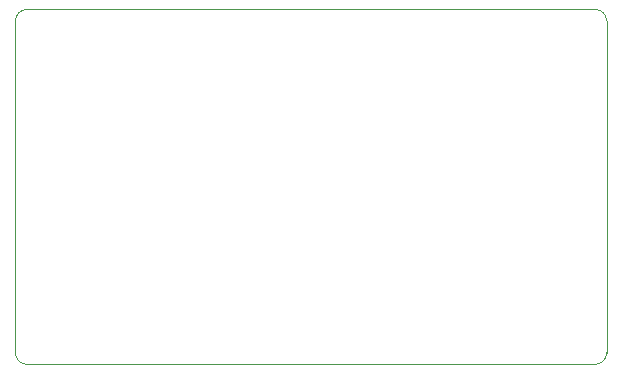
<source format=gbr>
%TF.GenerationSoftware,KiCad,Pcbnew,7.0.6-0*%
%TF.CreationDate,2023-11-06T09:59:01-05:00*%
%TF.ProjectId,AntSniffer,416e7453-6e69-4666-9665-722e6b696361,rev?*%
%TF.SameCoordinates,Original*%
%TF.FileFunction,Profile,NP*%
%FSLAX46Y46*%
G04 Gerber Fmt 4.6, Leading zero omitted, Abs format (unit mm)*
G04 Created by KiCad (PCBNEW 7.0.6-0) date 2023-11-06 09:59:01*
%MOMM*%
%LPD*%
G01*
G04 APERTURE LIST*
%TA.AperFunction,Profile*%
%ADD10C,0.100000*%
%TD*%
G04 APERTURE END LIST*
D10*
X143484600Y-71618600D02*
G75*
G03*
X144484600Y-72618600I1000000J0D01*
G01*
X144484600Y-42545000D02*
G75*
G03*
X143484600Y-43545000I0J-1000000D01*
G01*
X143484600Y-71618600D02*
X143484600Y-43545000D01*
X192548000Y-72618600D02*
G75*
G03*
X193548000Y-71618600I0J1000000D01*
G01*
X192548000Y-72618600D02*
X144484600Y-72618600D01*
X193548000Y-43545000D02*
G75*
G03*
X192548000Y-42545000I-1000000J0D01*
G01*
X144484600Y-42545000D02*
X192548000Y-42545000D01*
X193548000Y-43545000D02*
X193548000Y-71618600D01*
M02*

</source>
